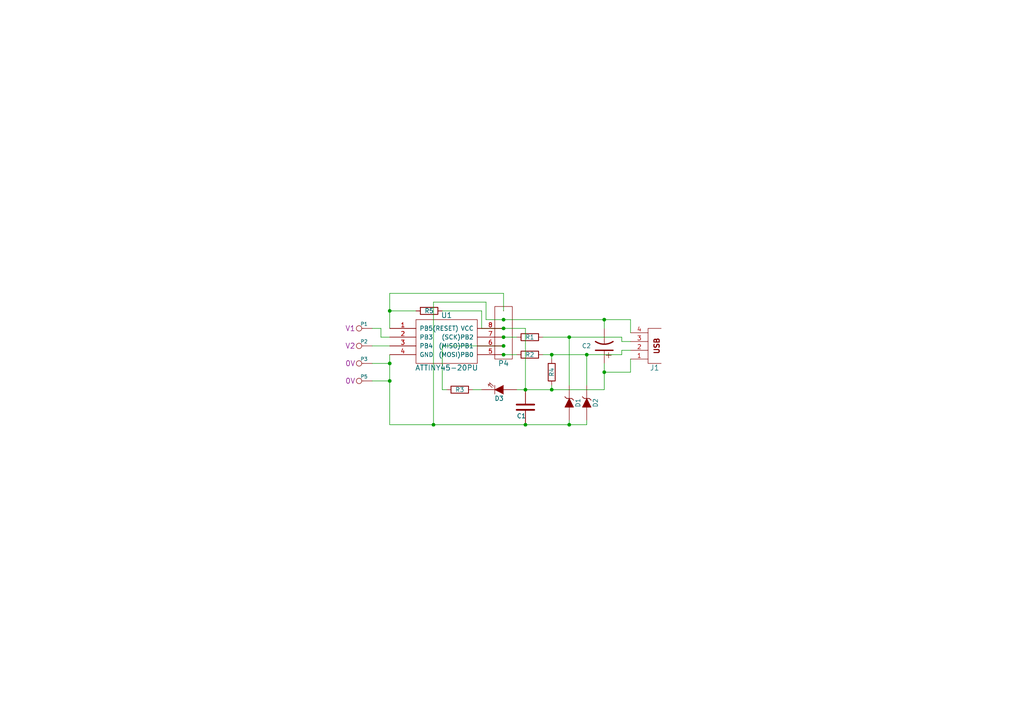
<source format=kicad_sch>
(kicad_sch (version 20211123) (generator eeschema)
  (paper "A4")
  (title_block (date "2015-01-18"))
  (lib_symbols
    (symbol "common:ATTINY45-20PU" (pin_names (offset 1.016))
      (property "Reference" "U" (at 0 7.62 0))
      (property "Value" "ATTINY45-20PU" (at 0 -7.62 0))
      (symbol "ATTINY45-20PU_0_1"
        (rectangle (start -8.89 6.35) (end 8.89 -6.35))
      )
      (symbol "ATTINY45-20PU_1_1"
        (pin input line (at -16.51 3.81 0) (length 7.62) (name "PB5(RESET)") (number "1"))
        (pin bidirectional line (at -16.51 1.27 0) (length 7.62) (name "PB3") (number "2"))
        (pin bidirectional line (at -16.51 -1.27 0) (length 7.62) (name "PB4") (number "3"))
        (pin input line (at -16.51 -3.81 0) (length 7.62) (name "GND") (number "4"))
        (pin bidirectional line (at 16.51 -3.81 180) (length 7.62) (name "(MOSI)PB0") (number "5"))
        (pin bidirectional line (at 16.51 -1.27 180) (length 7.62) (name "(MISO)PB1") (number "6"))
        (pin bidirectional line (at 16.51 1.27 180) (length 7.62) (name "(SCK)PB2") (number "7"))
        (pin input line (at 16.51 3.81 180) (length 7.62) (name "VCC") (number "8"))
      )
    )
    (symbol "common:C" (pin_numbers hide) (pin_names (offset 0.254))
      (property "Reference" "C" (at 1.27 2.54 0))
      (symbol "C_0_1"
        (polyline (pts (xy -2.54 -0.762) (xy 2.54 -0.762)) (stroke (width 0.508)))
        (polyline (pts (xy -2.54 0.762) (xy 2.54 0.762)) (stroke (width 0.508)))
      )
      (symbol "C_1_1"
        (pin passive line (at 0 5.08 270) (length 4.318) (name "~") (number "1"))
        (pin passive line (at 0 -5.08 90) (length 4.318) (name "~") (number "2"))
      )
    )
    (symbol "common:CONN_1" (pin_numbers hide) (pin_names (offset 0.762) hide)
      (property "Reference" "P" (at 2.032 0 0))
      (symbol "CONN_1_0_1"
        (polyline (pts (xy -0.762 0) (xy -1.27 0)))
        (circle (center 0 0) (radius 0.7874))
      )
      (symbol "CONN_1_1_1"
        (pin passive line (at -3.81 0 0) (length 2.54) (name "1") (number "1"))
      )
    )
    (symbol "common:CONN_6" (pin_numbers hide) (pin_names (offset 0.762) hide)
      (property "Reference" "P" (at 0 -8.89 0))
      (symbol "CONN_6_0_1"
        (rectangle (start -2.54 7.62) (end 2.54 -7.62))
      )
      (symbol "CONN_6_1_1"
        (pin passive line (at 0 6.35 90) (length 0) (name "1") (number "1"))
        (pin passive line (at 0 3.81 90) (length 0) (name "2") (number "2"))
        (pin passive line (at 0 1.27 90) (length 0) (name "3") (number "3"))
        (pin passive line (at 0 -1.27 90) (length 0) (name "4") (number "4"))
        (pin passive line (at 0 -3.81 90) (length 0) (name "5") (number "5"))
        (pin passive line (at 0 -6.35 270) (length 0) (name "6") (number "6"))
      )
    )
    (symbol "common:CP1" (pin_numbers hide) (pin_names (offset 0.254) hide)
      (property "Reference" "C" (at 1.27 2.54 0))
      (symbol "CP1_0_0"
        (text "+" (at -1.27 2.54 0) (effects (font (size 2.032 2.032))))
      )
      (symbol "CP1_0_1"
        (polyline (pts (xy -2.54 1.27) (xy 2.54 1.27) (xy 1.27 1.27) (xy 1.27 1.27)) (stroke (width 0.381)))
        (arc (start 2.54 -1.27) (mid 0 -0.5009) (end -2.54 -1.27) (stroke (width 0.381)))
      )
      (symbol "CP1_1_1"
        (pin passive line (at 0 5.08 270) (length 3.81) (name "~") (number "1"))
        (pin passive line (at 0 -5.08 90) (length 4.572) (name "~") (number "2"))
      )
    )
    (symbol "common:LED" (pin_numbers hide) (pin_names (offset 1.016) hide)
      (property "Reference" "D" (at 0 2.54 0))
      (symbol "LED_0_1"
        (polyline (pts (xy 1.27 1.27) (xy 1.27 -1.27)))
        (polyline (pts (xy -1.27 1.27) (xy 1.27 0) (xy -1.27 -1.27)) (fill (type outline)))
        (polyline (pts (xy 1.651 -1.016) (xy 2.794 -2.032) (xy 2.667 -1.397)))
        (polyline (pts (xy 2.032 -0.635) (xy 3.175 -1.651) (xy 3.048 -1.016)))
      )
      (symbol "LED_1_1"
        (pin passive line (at -5.08 0 0) (length 3.81) (name "A") (number "1"))
        (pin passive line (at 5.08 0 180) (length 3.81) (name "K") (number "2"))
      )
    )
    (symbol "common:R" (pin_numbers hide) (pin_names (offset 0) hide)
      (property "Reference" "R" (at 0 0 90))
      (symbol "R_0_1"
        (rectangle (start -1.016 -2.54) (end 1.016 2.54) (stroke (width 0.254)))
      )
      (symbol "R_1_1"
        (pin passive line (at 0 3.81 270) (length 1.27) (name "~") (number "1"))
        (pin passive line (at 0 -3.81 90) (length 1.27) (name "~") (number "2"))
      )
    )
    (symbol "common:USB_2" (pin_names (offset 1.016))
      (property "Reference" "J" (at -1.905 6.35 0))
      (symbol "USB_2_0_0"
        (polyline (pts (xy -3.81 5.08) (xy 0 5.08) (xy 0 -5.08) (xy -3.81 -5.08) (xy -3.81 -5.08)))
        (text "USB" (at -2.54 0 900) (effects (font (size 1.524 1.524) bold)))
      )
      (symbol "USB_2_1_1"
        (pin input line (at 5.08 3.81 180) (length 5.08) (name "~") (number "1"))
        (pin input line (at 5.08 1.27 180) (length 5.08) (name "~") (number "2"))
        (pin input line (at 5.08 -1.27 180) (length 5.08) (name "~") (number "3"))
        (pin input line (at 5.08 -3.81 180) (length 5.08) (name "~") (number "4"))
      )
    )
    (symbol "common:ZENER" (pin_numbers hide) (pin_names (offset 1.016) hide)
      (property "Reference" "D" (at 0 2.54 0))
      (symbol "ZENER_0_1"
        (polyline (pts (xy 1.27 0) (xy -1.27 1.27) (xy -1.27 -1.27) (xy 1.27 0) (xy 1.27 0)) (fill (type outline)))
        (polyline (pts (xy 1.778 1.27) (xy 1.27 0.762) (xy 1.27 -0.762) (xy 0.762 -1.27) (xy 0.762 -1.27)) (stroke (width 0.2032)))
      )
      (symbol "ZENER_1_1"
        (pin passive line (at -5.08 0 0) (length 3.81) (name "A") (number "1"))
        (pin passive line (at 5.08 0 180) (length 3.81) (name "K") (number "2"))
      )
    )
  )
  (junction (at 152.4 113.03))
  (junction (at 175.26 107.95))
  (junction (at 113.03 90.17))
  (junction (at 160.02 113.03))
  (junction (at 146.05 100.33))
  (junction (at 170.18 102.87))
  (junction (at 146.05 92.71))
  (junction (at 152.4 123.19))
  (junction (at 160.02 102.87))
  (junction (at 125.73 123.19))
  (junction (at 175.26 92.71))
  (junction (at 113.03 105.41))
  (junction (at 165.1 97.79))
  (junction (at 146.05 97.79))
  (junction (at 146.05 102.87))
  (junction (at 146.05 95.25))
  (junction (at 165.1 123.19))
  (junction (at 113.03 110.49))
  (wire (pts (xy 160.02 102.87) (xy 170.18 102.87)))
  (wire (pts (xy 146.05 92.71) (xy 175.26 92.71)))
  (wire (pts (xy 140.97 87.63) (xy 140.97 92.71)))
  (wire (pts (xy 125.73 123.19) (xy 152.4 123.19)))
  (wire (pts (xy 113.03 123.19) (xy 125.73 123.19)))
  (wire (pts (xy 170.18 102.87) (xy 180.34 102.87)))
  (wire (pts (xy 146.05 90.17) (xy 146.05 85.09)))
  (wire (pts (xy 125.73 87.63) (xy 140.97 87.63)))
  (wire (pts (xy 175.26 113.03) (xy 175.26 107.95)))
  (wire (pts (xy 107.95 100.33) (xy 113.03 100.33)))
  (wire (pts (xy 128.27 100.33) (xy 128.27 113.03)))
  (wire (pts (xy 137.16 113.03) (xy 139.7 113.03)))
  (wire (pts (xy 107.95 95.25) (xy 110.49 95.25)))
  (wire (pts (xy 180.34 99.06) (xy 180.34 97.79)))
  (wire (pts (xy 146.05 95.25) (xy 152.4 95.25)))
  (wire (pts (xy 113.03 123.19) (xy 113.03 110.49)))
  (wire (pts (xy 182.88 107.95) (xy 175.26 107.95)))
  (wire (pts (xy 128.27 90.17) (xy 139.7 90.17)))
  (wire (pts (xy 157.48 102.87) (xy 160.02 102.87)))
  (wire (pts (xy 152.4 95.25) (xy 152.4 113.03)))
  (wire (pts (xy 110.49 95.25) (xy 110.49 97.79)))
  (wire (pts (xy 110.49 97.79) (xy 113.03 97.79)))
  (wire (pts (xy 175.26 92.71) (xy 182.88 92.71)))
  (wire (pts (xy 107.95 110.49) (xy 113.03 110.49)))
  (wire (pts (xy 146.05 100.33) (xy 128.27 100.33)))
  (wire (pts (xy 182.88 104.14) (xy 182.88 107.95)))
  (wire (pts (xy 113.03 110.49) (xy 113.03 105.41)))
  (wire (pts (xy 113.03 90.17) (xy 113.03 95.25)))
  (wire (pts (xy 140.97 92.71) (xy 146.05 92.71)))
  (wire (pts (xy 182.88 92.71) (xy 182.88 96.52)))
  (wire (pts (xy 165.1 123.19) (xy 165.1 121.92)))
  (wire (pts (xy 146.05 85.09) (xy 113.03 85.09)))
  (wire (pts (xy 113.03 85.09) (xy 113.03 90.17)))
  (wire (pts (xy 160.02 104.14) (xy 160.02 102.87)))
  (wire (pts (xy 149.86 97.79) (xy 146.05 97.79)))
  (wire (pts (xy 180.34 97.79) (xy 165.1 97.79)))
  (wire (pts (xy 165.1 123.19) (xy 170.18 123.19)))
  (wire (pts (xy 113.03 105.41) (xy 113.03 102.87)))
  (wire (pts (xy 125.73 87.63) (xy 125.73 123.19)))
  (wire (pts (xy 165.1 111.76) (xy 165.1 97.79)))
  (wire (pts (xy 146.05 102.87) (xy 149.86 102.87)))
  (wire (pts (xy 180.34 101.6) (xy 182.88 101.6)))
  (wire (pts (xy 120.65 90.17) (xy 113.03 90.17)))
  (wire (pts (xy 165.1 97.79) (xy 157.48 97.79)))
  (wire (pts (xy 175.26 95.25) (xy 175.26 92.71)))
  (wire (pts (xy 170.18 123.19) (xy 170.18 121.92)))
  (wire (pts (xy 149.86 113.03) (xy 152.4 113.03)))
  (wire (pts (xy 128.27 113.03) (xy 129.54 113.03)))
  (wire (pts (xy 139.7 90.17) (xy 139.7 95.25)))
  (wire (pts (xy 182.88 99.06) (xy 180.34 99.06)))
  (wire (pts (xy 160.02 113.03) (xy 175.26 113.03)))
  (wire (pts (xy 175.26 107.95) (xy 175.26 105.41)))
  (wire (pts (xy 139.7 95.25) (xy 146.05 95.25)))
  (wire (pts (xy 170.18 111.76) (xy 170.18 102.87)))
  (wire (pts (xy 160.02 111.76) (xy 160.02 113.03)))
  (wire (pts (xy 180.34 102.87) (xy 180.34 101.6)))
  (wire (pts (xy 152.4 123.19) (xy 165.1 123.19)))
  (wire (pts (xy 152.4 113.03) (xy 160.02 113.03)))
  (wire (pts (xy 107.95 105.41) (xy 113.03 105.41)))
  (symbol (lib_id "common:ATTINY45-20PU") (at 129.54 99.06 0) (unit 1)
    (property "Reference" "U1" (at 129.54 91.44 0) (effects (font (size 1.524 1.524))))
    (property "Value" "ATTINY45-20PU" (at 129.54 106.68 0) (effects (font (size 1.524 1.524))))
    (property "Footprint" "common:DIP-8__300" (effects hide))
  )
  (symbol (lib_id "common:CONN_6") (at 146.05 96.52 0) (unit 1)
    (property "Reference" "P4" (at 146.05 105.41 0) (effects (font (size 1.524 1.524))))
    (property "Value" "CONN_6" (effects hide))
    (property "Footprint" "common:PIN_ARRAY_6X1" (effects hide))
  )
  (symbol (lib_id "common:R") (at 124.46 90.17 90) (unit 1)
    (property "Reference" "R5" (at 124.46 90.17 90))
    (property "Value" "R" (effects hide))
    (property "Footprint" "common:R4" (effects hide))
  )
  (symbol (lib_id "common:R") (at 153.67 97.79 90) (unit 1)
    (property "Reference" "R1" (at 153.67 97.79 90))
    (property "Value" "R" (effects hide))
    (property "Footprint" "common:R4" (effects hide))
  )
  (symbol (lib_id "common:R") (at 153.67 102.87 90) (unit 1)
    (property "Reference" "R2" (at 153.67 102.87 90))
    (property "Value" "R" (effects hide))
    (property "Footprint" "common:R4" (effects hide))
  )
  (symbol (lib_id "common:ZENER") (at 165.1 116.84 90) (unit 1)
    (property "Reference" "D1" (at 167.64 116.84 0))
    (property "Value" "ZENER" (effects hide))
    (property "Footprint" "common:D3" (effects hide))
  )
  (symbol (lib_id "common:ZENER") (at 170.18 116.84 90) (unit 1)
    (property "Reference" "D2" (at 172.72 116.84 0))
    (property "Value" "ZENER" (effects hide))
    (property "Footprint" "common:D3" (effects hide))
  )
  (symbol (lib_id "common:R") (at 133.35 113.03 90) (unit 1)
    (property "Reference" "R3" (at 133.35 113.03 90))
    (property "Value" "R" (effects hide))
    (property "Footprint" "common:R4" (effects hide))
  )
  (symbol (lib_id "common:LED") (at 144.78 113.03 180) (unit 1)
    (property "Reference" "D3" (at 144.78 115.57 0))
    (property "Value" "LED" (effects hide))
    (property "Footprint" "common:LED-5MM" (effects hide))
  )
  (symbol (lib_id "common:R") (at 160.02 107.95 180) (unit 1)
    (property "Reference" "R4" (at 160.02 107.95 90))
    (property "Value" "R" (effects hide))
    (property "Footprint" "common:R4" (effects hide))
  )
  (symbol (lib_id "common:C") (at 152.4 118.11 0) (unit 1)
    (property "Reference" "C1" (at 149.86 120.65 0) (effects (justify left)))
    (property "Value" "C" (effects hide))
    (property "Footprint" "common:C2" (effects hide))
  )
  (symbol (lib_id "common:CONN_1") (at 104.14 95.25 180) (unit 1)
    (property "Reference" "P1" (at 106.68 93.98 0) (effects (font (size 1.016 1.016)) (justify left)))
    (property "Value" "CONN_1" (effects hide))
    (property "Footprint" "common:PIN_ARRAY_1X1" (effects hide))
    (property "Champ4" "V1" (at 101.6 95.25 0) (effects (font (size 1.524 1.524))))
  )
  (symbol (lib_id "common:CONN_1") (at 104.14 105.41 180) (unit 1)
    (property "Reference" "P3" (at 106.68 104.14 0) (effects (font (size 1.016 1.016)) (justify left)))
    (property "Value" "CONN_1" (effects hide))
    (property "Footprint" "common:PIN_ARRAY_1X1" (effects hide))
    (property "Champ4" "0V" (at 101.6 105.41 0) (effects (font (size 1.524 1.524))))
  )
  (symbol (lib_id "common:CP1") (at 175.26 100.33 180) (unit 1)
    (property "Reference" "C2" (at 171.45 100.33 0) (effects (justify left)))
    (property "Value" "CP1" (effects hide))
    (property "Footprint" "common:CP_5x11mm" (effects hide))
  )
  (symbol (lib_id "common:USB_2") (at 187.96 100.33 180) (unit 1)
    (property "Reference" "J1" (at 189.865 106.68 0) (effects (font (size 1.524 1.524))))
    (property "Value" "USB_2" (effects hide))
    (property "Footprint" "common:USB4" (effects hide))
    (property "VCC" "VCC" (effects hide))
    (property "Data+" "D+" (effects hide))
    (property "Data-" "D-" (effects hide))
    (property "Ground" "GND" (effects hide))
  )
  (symbol (lib_id "common:CONN_1") (at 104.14 100.33 180) (unit 1)
    (property "Reference" "P2" (at 106.68 99.06 0) (effects (font (size 1.016 1.016)) (justify left)))
    (property "Value" "CONN_1" (effects hide))
    (property "Footprint" "common:PIN_ARRAY_1X1" (effects hide))
    (property "Champ4" "V2" (at 101.6 100.33 0) (effects (font (size 1.524 1.524))))
  )
  (symbol (lib_id "common:CONN_1") (at 104.14 110.49 180) (unit 1)
    (property "Reference" "P5" (at 106.68 109.22 0) (effects (font (size 1.016 1.016)) (justify left)))
    (property "Value" "CONN_1" (effects hide))
    (property "Footprint" "common:PIN_ARRAY_1X1" (effects hide))
    (property "Champ4" "0V" (at 101.6 110.49 0) (effects (font (size 1.524 1.524))))
  )
)
</source>
